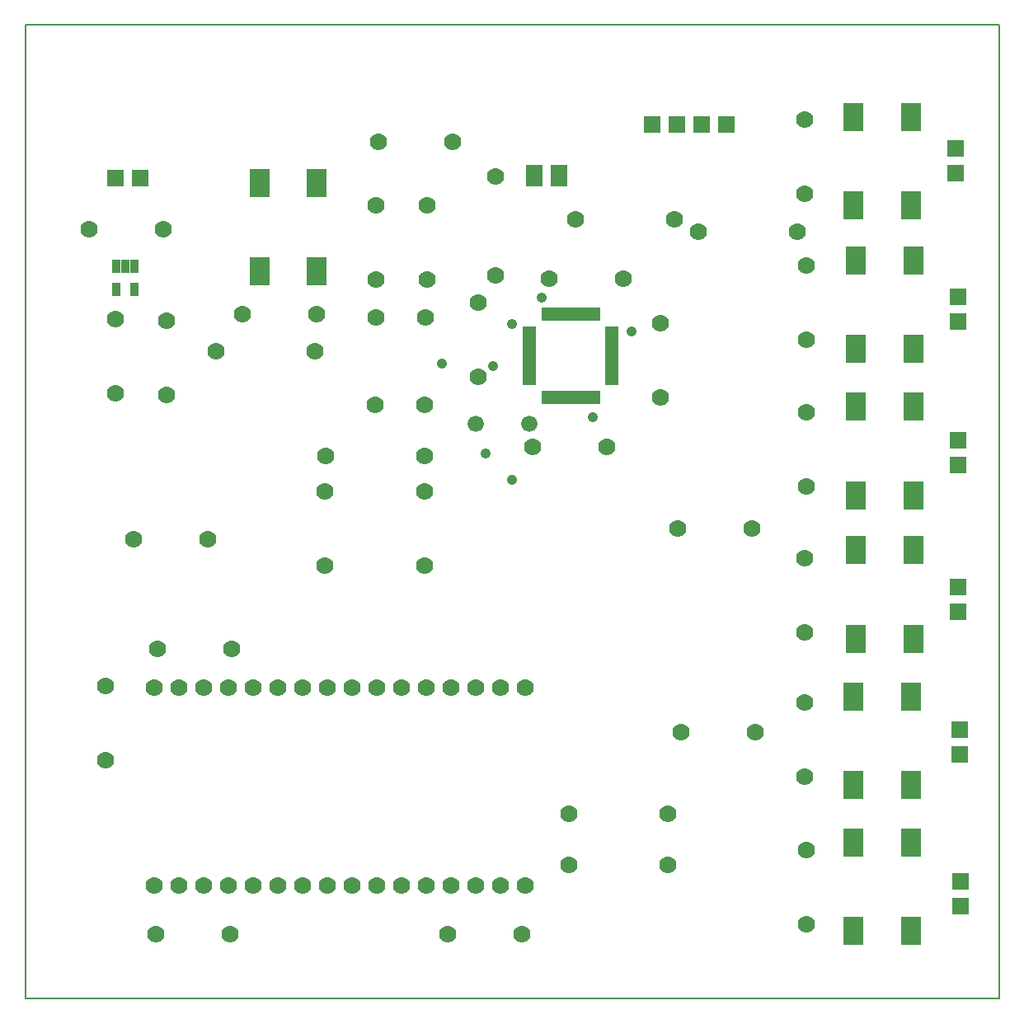
<source format=gbr>
%FSLAX23Y23*%
%MOIN*%
G04 EasyPC Gerber Version 12.0.1 Build 2704 *
%ADD28R,0.02181X0.05724*%
%ADD73R,0.03362X0.05724*%
%ADD24R,0.07000X0.09000*%
%ADD27R,0.08480X0.11236*%
%ADD26R,0.07000X0.07000*%
%ADD95C,0.00800*%
%ADD74C,0.04200*%
%ADD75C,0.06600*%
%ADD72C,0.07000*%
%ADD25C,0.07000*%
%ADD29R,0.05724X0.02181*%
X0Y0D02*
D02*
D24*
X2061Y3331D03*
X2161D03*
D02*
D25*
X260Y3114D03*
X329Y969D03*
Y1269D03*
X368Y2450D03*
Y2750D03*
X441Y1860D03*
X530Y266D03*
X539Y1417D03*
X560Y3114D03*
X575Y2445D03*
Y2745D03*
X741Y1860D03*
X775Y2622D03*
X830Y266D03*
X839Y1417D03*
X880Y2770D03*
X1175Y2622D03*
X1180Y2770D03*
X1215Y1756D03*
Y2056D03*
X1218Y2199D03*
X1418Y2406D03*
X1422Y2758D03*
Y2911D03*
Y3211D03*
X1431Y3469D03*
X1618Y1756D03*
Y2056D03*
Y2199D03*
Y2406D03*
X1622Y2758D03*
X1628Y2911D03*
Y3211D03*
X1711Y266D03*
X1731Y3469D03*
X1835Y2517D03*
Y2817D03*
X1904Y2929D03*
Y3329D03*
X2011Y266D03*
X2055Y2234D03*
X2121Y2915D03*
X2202Y545D03*
Y752D03*
X2228Y3154D03*
X2355Y2234D03*
X2421Y2915D03*
X2573Y2435D03*
Y2735D03*
X2602Y545D03*
Y752D03*
X2628Y3154D03*
X2642Y1904D03*
X2656Y1083D03*
X2724Y3104D03*
X2942Y1904D03*
X2956Y1083D03*
X3124Y3104D03*
X3154Y1485D03*
Y1785D03*
Y3257D03*
Y3557D03*
X3156Y903D03*
Y1203D03*
X3163Y304D03*
Y604D03*
Y2076D03*
Y2376D03*
Y2667D03*
Y2967D03*
D02*
D26*
X367Y3321D03*
X467D03*
X2539Y3537D03*
X2639D03*
X2739D03*
X2839D03*
X3764Y3341D03*
Y3441D03*
X3774Y1569D03*
Y1669D03*
Y2160D03*
Y2260D03*
Y2740D03*
Y2840D03*
X3780Y992D03*
Y1092D03*
X3784Y378D03*
Y478D03*
D02*
D27*
X951Y2945D03*
Y3303D03*
X1183Y2945D03*
Y3303D03*
X3352Y278D03*
Y636D03*
Y868D03*
Y1226D03*
Y3211D03*
Y3569D03*
X3362Y1459D03*
Y1817D03*
Y2039D03*
Y2398D03*
Y2630D03*
Y2988D03*
X3585Y278D03*
Y636D03*
Y868D03*
Y1226D03*
Y3211D03*
Y3569D03*
X3595Y1459D03*
Y1817D03*
Y2039D03*
Y2398D03*
Y2630D03*
Y2988D03*
D02*
D28*
X2100Y2435D03*
Y2770D03*
X2120Y2435D03*
Y2770D03*
X2140Y2435D03*
Y2770D03*
X2160Y2435D03*
Y2770D03*
X2179Y2435D03*
Y2770D03*
X2199Y2435D03*
Y2770D03*
X2219Y2435D03*
Y2770D03*
X2238Y2435D03*
Y2770D03*
X2258Y2435D03*
Y2770D03*
X2278Y2435D03*
Y2770D03*
X2297Y2435D03*
Y2770D03*
X2317Y2435D03*
Y2770D03*
D02*
D29*
X2041Y2494D03*
Y2514D03*
Y2534D03*
Y2553D03*
Y2573D03*
Y2593D03*
Y2612D03*
Y2632D03*
Y2652D03*
Y2671D03*
Y2691D03*
Y2711D03*
X2376Y2494D03*
Y2514D03*
Y2534D03*
Y2553D03*
Y2573D03*
Y2593D03*
Y2612D03*
Y2632D03*
Y2652D03*
Y2671D03*
Y2691D03*
Y2711D03*
D02*
D72*
X524Y460D03*
Y1260D03*
X624Y460D03*
Y1260D03*
X724Y460D03*
Y1260D03*
X824Y460D03*
Y1260D03*
X924Y460D03*
Y1260D03*
X1024Y460D03*
Y1260D03*
X1124Y460D03*
Y1260D03*
X1224Y460D03*
Y1260D03*
X1324Y460D03*
Y1260D03*
X1424Y460D03*
Y1260D03*
X1524Y460D03*
Y1260D03*
X1624Y460D03*
Y1260D03*
X1724Y460D03*
Y1260D03*
X1824Y460D03*
Y1260D03*
X1924Y460D03*
Y1260D03*
X2024Y460D03*
Y1260D03*
D02*
D73*
X370Y2870D03*
Y2965D03*
X408D03*
X445Y2870D03*
Y2965D03*
D02*
D74*
X1687Y2573D03*
X1864Y2209D03*
X1894Y2563D03*
X1973Y2100D03*
Y2730D03*
X2091Y2839D03*
X2297Y2356D03*
X2455Y2701D03*
D02*
D75*
X1825Y2327D03*
X2041D03*
D02*
D95*
X4Y4D02*
X3941D01*
Y3941*
X4*
Y4*
X0Y0D02*
M02*

</source>
